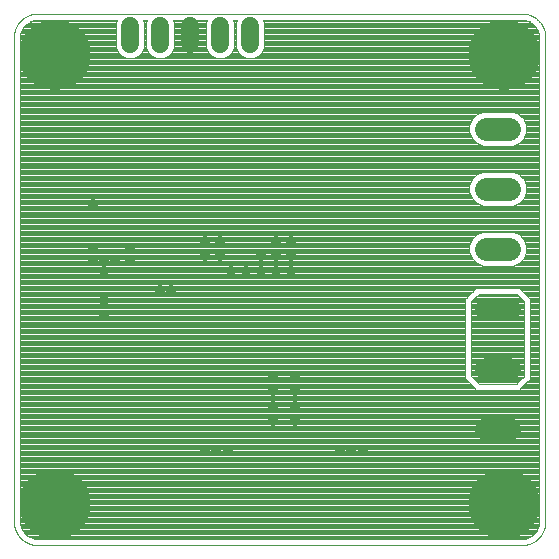
<source format=gbl>
G75*
%MOIN*%
%OFA0B0*%
%FSLAX25Y25*%
%IPPOS*%
%LPD*%
%AMOC8*
5,1,8,0,0,1.08239X$1,22.5*
%
%ADD10C,0.00400*%
%ADD11C,0.05937*%
%ADD12C,0.07677*%
%ADD13C,0.23622*%
%ADD14C,0.03562*%
D10*
X0024406Y0009130D02*
X0024406Y0170547D01*
X0026406Y0170547D02*
X0026478Y0171466D01*
X0027046Y0173214D01*
X0028127Y0174701D01*
X0029613Y0175781D01*
X0031361Y0176349D01*
X0032280Y0176421D01*
X0058905Y0176421D01*
X0058388Y0175173D01*
X0058388Y0167339D01*
X0059114Y0165586D01*
X0060455Y0164245D01*
X0062208Y0163519D01*
X0064105Y0163519D01*
X0065857Y0164245D01*
X0067199Y0165586D01*
X0067925Y0167339D01*
X0067925Y0175173D01*
X0067408Y0176421D01*
X0068905Y0176421D01*
X0068388Y0175173D01*
X0068388Y0167339D01*
X0069114Y0165586D01*
X0070455Y0164245D01*
X0072208Y0163519D01*
X0074105Y0163519D01*
X0075857Y0164245D01*
X0077199Y0165586D01*
X0077925Y0167339D01*
X0077925Y0175173D01*
X0077408Y0176421D01*
X0088905Y0176421D01*
X0088388Y0175173D01*
X0088388Y0167339D01*
X0089114Y0165586D01*
X0090455Y0164245D01*
X0092208Y0163519D01*
X0094105Y0163519D01*
X0095857Y0164245D01*
X0097199Y0165586D01*
X0097925Y0167339D01*
X0097925Y0175173D01*
X0097408Y0176421D01*
X0098905Y0176421D01*
X0098388Y0175173D01*
X0098388Y0167339D01*
X0099114Y0165586D01*
X0100455Y0164245D01*
X0102208Y0163519D01*
X0104105Y0163519D01*
X0105857Y0164245D01*
X0107199Y0165586D01*
X0107925Y0167339D01*
X0107925Y0175173D01*
X0107408Y0176421D01*
X0193698Y0176421D01*
X0194616Y0176349D01*
X0196364Y0175781D01*
X0197851Y0174701D01*
X0198931Y0173214D01*
X0199499Y0171466D01*
X0199572Y0170547D01*
X0199572Y0009130D01*
X0199499Y0008211D01*
X0198931Y0006463D01*
X0197851Y0004976D01*
X0196364Y0003896D01*
X0194616Y0003328D01*
X0193698Y0003256D01*
X0032280Y0003256D01*
X0031361Y0003328D01*
X0029613Y0003896D01*
X0028127Y0004976D01*
X0027046Y0006463D01*
X0026478Y0008211D01*
X0026406Y0009130D01*
X0026406Y0170547D01*
X0026412Y0170623D02*
X0058388Y0170623D01*
X0058388Y0170225D02*
X0026406Y0170225D01*
X0026406Y0169826D02*
X0058388Y0169826D01*
X0058388Y0169428D02*
X0026406Y0169428D01*
X0026406Y0169029D02*
X0058388Y0169029D01*
X0058388Y0168631D02*
X0026406Y0168631D01*
X0026406Y0168232D02*
X0058388Y0168232D01*
X0058388Y0167834D02*
X0026406Y0167834D01*
X0026406Y0167435D02*
X0058388Y0167435D01*
X0058513Y0167037D02*
X0026406Y0167037D01*
X0026406Y0166638D02*
X0058678Y0166638D01*
X0058843Y0166240D02*
X0026406Y0166240D01*
X0026406Y0165841D02*
X0059008Y0165841D01*
X0059257Y0165443D02*
X0026406Y0165443D01*
X0026406Y0165044D02*
X0059656Y0165044D01*
X0060054Y0164646D02*
X0026406Y0164646D01*
X0026406Y0164247D02*
X0060453Y0164247D01*
X0061412Y0163849D02*
X0026406Y0163849D01*
X0026406Y0163450D02*
X0199572Y0163450D01*
X0199572Y0163052D02*
X0026406Y0163052D01*
X0026406Y0162653D02*
X0199572Y0162653D01*
X0199572Y0162254D02*
X0026406Y0162254D01*
X0026406Y0161856D02*
X0199572Y0161856D01*
X0199572Y0161457D02*
X0026406Y0161457D01*
X0026406Y0161059D02*
X0199572Y0161059D01*
X0199572Y0160660D02*
X0026406Y0160660D01*
X0026406Y0160262D02*
X0199572Y0160262D01*
X0199572Y0159863D02*
X0026406Y0159863D01*
X0026406Y0159465D02*
X0199572Y0159465D01*
X0199572Y0159066D02*
X0026406Y0159066D01*
X0026406Y0158668D02*
X0199572Y0158668D01*
X0199572Y0158269D02*
X0026406Y0158269D01*
X0026406Y0157871D02*
X0199572Y0157871D01*
X0199572Y0157472D02*
X0026406Y0157472D01*
X0026406Y0157074D02*
X0199572Y0157074D01*
X0199572Y0156675D02*
X0026406Y0156675D01*
X0026406Y0156277D02*
X0199572Y0156277D01*
X0199572Y0155878D02*
X0026406Y0155878D01*
X0026406Y0155480D02*
X0199572Y0155480D01*
X0199572Y0155081D02*
X0026406Y0155081D01*
X0026406Y0154683D02*
X0199572Y0154683D01*
X0199572Y0154284D02*
X0026406Y0154284D01*
X0026406Y0153886D02*
X0199572Y0153886D01*
X0199572Y0153487D02*
X0026406Y0153487D01*
X0026406Y0153089D02*
X0199572Y0153089D01*
X0199572Y0152690D02*
X0026406Y0152690D01*
X0026406Y0152292D02*
X0199572Y0152292D01*
X0199572Y0151893D02*
X0026406Y0151893D01*
X0026406Y0151495D02*
X0199572Y0151495D01*
X0199572Y0151096D02*
X0026406Y0151096D01*
X0026406Y0150698D02*
X0199572Y0150698D01*
X0199572Y0150299D02*
X0026406Y0150299D01*
X0026406Y0149901D02*
X0199572Y0149901D01*
X0199572Y0149502D02*
X0026406Y0149502D01*
X0026406Y0149104D02*
X0199572Y0149104D01*
X0199572Y0148705D02*
X0026406Y0148705D01*
X0026406Y0148307D02*
X0199572Y0148307D01*
X0199572Y0147908D02*
X0026406Y0147908D01*
X0026406Y0147510D02*
X0199572Y0147510D01*
X0199572Y0147111D02*
X0026406Y0147111D01*
X0026406Y0146713D02*
X0199572Y0146713D01*
X0199572Y0146314D02*
X0026406Y0146314D01*
X0026406Y0145916D02*
X0199572Y0145916D01*
X0199572Y0145517D02*
X0190924Y0145517D01*
X0190616Y0145644D02*
X0192689Y0144786D01*
X0194275Y0143200D01*
X0195133Y0141127D01*
X0195133Y0138884D01*
X0194275Y0136812D01*
X0192689Y0135226D01*
X0190616Y0134367D01*
X0180696Y0134367D01*
X0178624Y0135226D01*
X0177037Y0136812D01*
X0176179Y0138884D01*
X0176179Y0141127D01*
X0177037Y0143200D01*
X0178624Y0144786D01*
X0180696Y0145644D01*
X0190616Y0145644D01*
X0191886Y0145118D02*
X0199572Y0145118D01*
X0199572Y0144720D02*
X0192755Y0144720D01*
X0193153Y0144321D02*
X0199572Y0144321D01*
X0199572Y0143923D02*
X0193552Y0143923D01*
X0193950Y0143524D02*
X0199572Y0143524D01*
X0199572Y0143126D02*
X0194306Y0143126D01*
X0194471Y0142727D02*
X0199572Y0142727D01*
X0199572Y0142329D02*
X0194636Y0142329D01*
X0194801Y0141930D02*
X0199572Y0141930D01*
X0199572Y0141532D02*
X0194966Y0141532D01*
X0195131Y0141133D02*
X0199572Y0141133D01*
X0199572Y0140735D02*
X0195133Y0140735D01*
X0195133Y0140336D02*
X0199572Y0140336D01*
X0199572Y0139938D02*
X0195133Y0139938D01*
X0195133Y0139539D02*
X0199572Y0139539D01*
X0199572Y0139141D02*
X0195133Y0139141D01*
X0195074Y0138742D02*
X0199572Y0138742D01*
X0199572Y0138344D02*
X0194909Y0138344D01*
X0194744Y0137945D02*
X0199572Y0137945D01*
X0199572Y0137547D02*
X0194579Y0137547D01*
X0194414Y0137148D02*
X0199572Y0137148D01*
X0199572Y0136750D02*
X0194213Y0136750D01*
X0193814Y0136351D02*
X0199572Y0136351D01*
X0199572Y0135953D02*
X0193416Y0135953D01*
X0193017Y0135554D02*
X0199572Y0135554D01*
X0199572Y0135156D02*
X0192520Y0135156D01*
X0191558Y0134757D02*
X0199572Y0134757D01*
X0199572Y0134359D02*
X0026406Y0134359D01*
X0026406Y0134757D02*
X0179755Y0134757D01*
X0178793Y0135156D02*
X0026406Y0135156D01*
X0026406Y0135554D02*
X0178295Y0135554D01*
X0177897Y0135953D02*
X0026406Y0135953D01*
X0026406Y0136351D02*
X0177498Y0136351D01*
X0177100Y0136750D02*
X0026406Y0136750D01*
X0026406Y0137148D02*
X0176898Y0137148D01*
X0176733Y0137547D02*
X0026406Y0137547D01*
X0026406Y0137945D02*
X0176568Y0137945D01*
X0176403Y0138344D02*
X0026406Y0138344D01*
X0026406Y0138742D02*
X0176238Y0138742D01*
X0176179Y0139141D02*
X0026406Y0139141D01*
X0026406Y0139539D02*
X0176179Y0139539D01*
X0176179Y0139938D02*
X0026406Y0139938D01*
X0026406Y0140336D02*
X0176179Y0140336D01*
X0176179Y0140735D02*
X0026406Y0140735D01*
X0026406Y0141133D02*
X0176181Y0141133D01*
X0176347Y0141532D02*
X0026406Y0141532D01*
X0026406Y0141930D02*
X0176512Y0141930D01*
X0176677Y0142329D02*
X0026406Y0142329D01*
X0026406Y0142727D02*
X0176842Y0142727D01*
X0177007Y0143126D02*
X0026406Y0143126D01*
X0026406Y0143524D02*
X0177362Y0143524D01*
X0177760Y0143923D02*
X0026406Y0143923D01*
X0026406Y0144321D02*
X0178159Y0144321D01*
X0178557Y0144720D02*
X0026406Y0144720D01*
X0026406Y0145118D02*
X0179426Y0145118D01*
X0180388Y0145517D02*
X0026406Y0145517D01*
X0026406Y0133960D02*
X0199572Y0133960D01*
X0199572Y0133562D02*
X0026406Y0133562D01*
X0026406Y0133163D02*
X0199572Y0133163D01*
X0199572Y0132765D02*
X0026406Y0132765D01*
X0026406Y0132366D02*
X0199572Y0132366D01*
X0199572Y0131968D02*
X0026406Y0131968D01*
X0026406Y0131569D02*
X0199572Y0131569D01*
X0199572Y0131171D02*
X0026406Y0131171D01*
X0026406Y0130772D02*
X0199572Y0130772D01*
X0199572Y0130374D02*
X0026406Y0130374D01*
X0026406Y0129975D02*
X0199572Y0129975D01*
X0199572Y0129577D02*
X0026406Y0129577D01*
X0026406Y0129178D02*
X0199572Y0129178D01*
X0199572Y0128780D02*
X0026406Y0128780D01*
X0026406Y0128381D02*
X0199572Y0128381D01*
X0199572Y0127983D02*
X0026406Y0127983D01*
X0026406Y0127584D02*
X0199572Y0127584D01*
X0199572Y0127185D02*
X0026406Y0127185D01*
X0026406Y0126787D02*
X0199572Y0126787D01*
X0199572Y0126388D02*
X0026406Y0126388D01*
X0026406Y0125990D02*
X0199572Y0125990D01*
X0199572Y0125591D02*
X0190744Y0125591D01*
X0190616Y0125644D02*
X0192689Y0124786D01*
X0194275Y0123200D01*
X0195133Y0121127D01*
X0195133Y0118884D01*
X0194275Y0116812D01*
X0192689Y0115226D01*
X0190616Y0114367D01*
X0180696Y0114367D01*
X0178624Y0115226D01*
X0177037Y0116812D01*
X0176179Y0118884D01*
X0176179Y0121127D01*
X0177037Y0123200D01*
X0178624Y0124786D01*
X0180696Y0125644D01*
X0190616Y0125644D01*
X0191706Y0125193D02*
X0199572Y0125193D01*
X0199572Y0124794D02*
X0192669Y0124794D01*
X0193079Y0124396D02*
X0199572Y0124396D01*
X0199572Y0123997D02*
X0193477Y0123997D01*
X0193876Y0123599D02*
X0199572Y0123599D01*
X0199572Y0123200D02*
X0194274Y0123200D01*
X0194440Y0122802D02*
X0199572Y0122802D01*
X0199572Y0122403D02*
X0194605Y0122403D01*
X0194770Y0122005D02*
X0199572Y0122005D01*
X0199572Y0121606D02*
X0194935Y0121606D01*
X0195100Y0121208D02*
X0199572Y0121208D01*
X0199572Y0120809D02*
X0195133Y0120809D01*
X0195133Y0120411D02*
X0199572Y0120411D01*
X0199572Y0120012D02*
X0195133Y0120012D01*
X0195133Y0119614D02*
X0199572Y0119614D01*
X0199572Y0119215D02*
X0195133Y0119215D01*
X0195105Y0118817D02*
X0199572Y0118817D01*
X0199572Y0118418D02*
X0194940Y0118418D01*
X0194775Y0118020D02*
X0199572Y0118020D01*
X0199572Y0117621D02*
X0194610Y0117621D01*
X0194445Y0117223D02*
X0199572Y0117223D01*
X0199572Y0116824D02*
X0194280Y0116824D01*
X0193889Y0116426D02*
X0199572Y0116426D01*
X0199572Y0116027D02*
X0193490Y0116027D01*
X0193092Y0115629D02*
X0199572Y0115629D01*
X0199572Y0115230D02*
X0192693Y0115230D01*
X0191737Y0114832D02*
X0199572Y0114832D01*
X0199572Y0114433D02*
X0190775Y0114433D01*
X0190616Y0105644D02*
X0192689Y0104786D01*
X0194275Y0103200D01*
X0195133Y0101127D01*
X0195133Y0098884D01*
X0194275Y0096812D01*
X0192689Y0095226D01*
X0190616Y0094367D01*
X0180696Y0094367D01*
X0178624Y0095226D01*
X0177037Y0096812D01*
X0176179Y0098884D01*
X0176179Y0101127D01*
X0177037Y0103200D01*
X0178624Y0104786D01*
X0180696Y0105644D01*
X0190616Y0105644D01*
X0191527Y0105267D02*
X0199572Y0105267D01*
X0199572Y0104869D02*
X0192489Y0104869D01*
X0193004Y0104470D02*
X0199572Y0104470D01*
X0199572Y0104072D02*
X0193403Y0104072D01*
X0193801Y0103673D02*
X0199572Y0103673D01*
X0199572Y0103275D02*
X0194200Y0103275D01*
X0194409Y0102876D02*
X0199572Y0102876D01*
X0199572Y0102478D02*
X0194574Y0102478D01*
X0194739Y0102079D02*
X0199572Y0102079D01*
X0199572Y0101681D02*
X0194904Y0101681D01*
X0195069Y0101282D02*
X0199572Y0101282D01*
X0199572Y0100884D02*
X0195133Y0100884D01*
X0195133Y0100485D02*
X0199572Y0100485D01*
X0199572Y0100087D02*
X0195133Y0100087D01*
X0195133Y0099688D02*
X0199572Y0099688D01*
X0199572Y0099290D02*
X0195133Y0099290D01*
X0195133Y0098891D02*
X0199572Y0098891D01*
X0199572Y0098493D02*
X0194971Y0098493D01*
X0194806Y0098094D02*
X0199572Y0098094D01*
X0199572Y0097696D02*
X0194641Y0097696D01*
X0194476Y0097297D02*
X0199572Y0097297D01*
X0199572Y0096899D02*
X0194311Y0096899D01*
X0193963Y0096500D02*
X0199572Y0096500D01*
X0199572Y0096102D02*
X0193565Y0096102D01*
X0193166Y0095703D02*
X0199572Y0095703D01*
X0199572Y0095305D02*
X0192768Y0095305D01*
X0191917Y0094906D02*
X0199572Y0094906D01*
X0199572Y0094508D02*
X0190955Y0094508D01*
X0192735Y0087006D02*
X0178578Y0087006D01*
X0177406Y0085834D01*
X0176078Y0084506D01*
X0176078Y0084506D01*
X0174906Y0083334D01*
X0174906Y0056677D01*
X0176078Y0055506D01*
X0178578Y0053006D01*
X0192735Y0053006D01*
X0193906Y0054177D01*
X0196406Y0056677D01*
X0196406Y0083334D01*
X0195235Y0084506D01*
X0192735Y0087006D01*
X0192805Y0086936D02*
X0199572Y0086936D01*
X0199572Y0087334D02*
X0026406Y0087334D01*
X0026406Y0086936D02*
X0178508Y0086936D01*
X0178109Y0086537D02*
X0026406Y0086537D01*
X0026406Y0086139D02*
X0177711Y0086139D01*
X0177312Y0085740D02*
X0026406Y0085740D01*
X0026406Y0085342D02*
X0176914Y0085342D01*
X0176515Y0084943D02*
X0026406Y0084943D01*
X0026406Y0084545D02*
X0176117Y0084545D01*
X0175718Y0084146D02*
X0026406Y0084146D01*
X0026406Y0083748D02*
X0175320Y0083748D01*
X0174921Y0083349D02*
X0026406Y0083349D01*
X0026406Y0082951D02*
X0174906Y0082951D01*
X0174906Y0082552D02*
X0026406Y0082552D01*
X0026406Y0082154D02*
X0174906Y0082154D01*
X0174906Y0081755D02*
X0026406Y0081755D01*
X0026406Y0081357D02*
X0174906Y0081357D01*
X0174906Y0080958D02*
X0026406Y0080958D01*
X0026406Y0080560D02*
X0174906Y0080560D01*
X0174906Y0080161D02*
X0026406Y0080161D01*
X0026406Y0079763D02*
X0174906Y0079763D01*
X0174906Y0079364D02*
X0026406Y0079364D01*
X0026406Y0078966D02*
X0174906Y0078966D01*
X0174906Y0078567D02*
X0026406Y0078567D01*
X0026406Y0078169D02*
X0174906Y0078169D01*
X0174906Y0077770D02*
X0026406Y0077770D01*
X0026406Y0077372D02*
X0174906Y0077372D01*
X0174906Y0076973D02*
X0026406Y0076973D01*
X0026406Y0076575D02*
X0174906Y0076575D01*
X0174906Y0076176D02*
X0026406Y0076176D01*
X0026406Y0075778D02*
X0174906Y0075778D01*
X0174906Y0075379D02*
X0026406Y0075379D01*
X0026406Y0074980D02*
X0174906Y0074980D01*
X0174906Y0074582D02*
X0026406Y0074582D01*
X0026406Y0074183D02*
X0174906Y0074183D01*
X0174906Y0073785D02*
X0026406Y0073785D01*
X0026406Y0073386D02*
X0174906Y0073386D01*
X0174906Y0072988D02*
X0026406Y0072988D01*
X0026406Y0072589D02*
X0174906Y0072589D01*
X0174906Y0072191D02*
X0026406Y0072191D01*
X0026406Y0071792D02*
X0174906Y0071792D01*
X0174906Y0071394D02*
X0026406Y0071394D01*
X0026406Y0070995D02*
X0174906Y0070995D01*
X0174906Y0070597D02*
X0026406Y0070597D01*
X0026406Y0070198D02*
X0174906Y0070198D01*
X0174906Y0069800D02*
X0026406Y0069800D01*
X0026406Y0069401D02*
X0174906Y0069401D01*
X0174906Y0069003D02*
X0026406Y0069003D01*
X0026406Y0068604D02*
X0174906Y0068604D01*
X0174906Y0068206D02*
X0026406Y0068206D01*
X0026406Y0067807D02*
X0174906Y0067807D01*
X0174906Y0067409D02*
X0026406Y0067409D01*
X0026406Y0067010D02*
X0174906Y0067010D01*
X0174906Y0066612D02*
X0026406Y0066612D01*
X0026406Y0066213D02*
X0174906Y0066213D01*
X0174906Y0065815D02*
X0026406Y0065815D01*
X0026406Y0065416D02*
X0174906Y0065416D01*
X0174906Y0065018D02*
X0026406Y0065018D01*
X0026406Y0064619D02*
X0174906Y0064619D01*
X0174906Y0064221D02*
X0026406Y0064221D01*
X0026406Y0063822D02*
X0174906Y0063822D01*
X0174906Y0063424D02*
X0026406Y0063424D01*
X0026406Y0063025D02*
X0174906Y0063025D01*
X0174906Y0062627D02*
X0026406Y0062627D01*
X0026406Y0062228D02*
X0174906Y0062228D01*
X0174906Y0061830D02*
X0026406Y0061830D01*
X0026406Y0061431D02*
X0174906Y0061431D01*
X0174906Y0061033D02*
X0026406Y0061033D01*
X0026406Y0060634D02*
X0174906Y0060634D01*
X0174906Y0060236D02*
X0026406Y0060236D01*
X0026406Y0059837D02*
X0174906Y0059837D01*
X0174906Y0059439D02*
X0026406Y0059439D01*
X0026406Y0059040D02*
X0174906Y0059040D01*
X0174906Y0058642D02*
X0026406Y0058642D01*
X0026406Y0058243D02*
X0174906Y0058243D01*
X0174906Y0057845D02*
X0026406Y0057845D01*
X0026406Y0057446D02*
X0174906Y0057446D01*
X0174906Y0057047D02*
X0026406Y0057047D01*
X0026406Y0056649D02*
X0174935Y0056649D01*
X0175333Y0056250D02*
X0026406Y0056250D01*
X0026406Y0055852D02*
X0175732Y0055852D01*
X0176130Y0055453D02*
X0026406Y0055453D01*
X0026406Y0055055D02*
X0176529Y0055055D01*
X0176927Y0054656D02*
X0026406Y0054656D01*
X0026406Y0054258D02*
X0177326Y0054258D01*
X0177724Y0053859D02*
X0026406Y0053859D01*
X0026406Y0053461D02*
X0178123Y0053461D01*
X0178521Y0053062D02*
X0026406Y0053062D01*
X0026406Y0052664D02*
X0199572Y0052664D01*
X0199572Y0053062D02*
X0192791Y0053062D01*
X0193190Y0053461D02*
X0199572Y0053461D01*
X0199572Y0053859D02*
X0193588Y0053859D01*
X0193987Y0054258D02*
X0199572Y0054258D01*
X0199572Y0054656D02*
X0194385Y0054656D01*
X0194784Y0055055D02*
X0199572Y0055055D01*
X0199572Y0055453D02*
X0195182Y0055453D01*
X0195581Y0055852D02*
X0199572Y0055852D01*
X0199572Y0056250D02*
X0195979Y0056250D01*
X0196378Y0056649D02*
X0199572Y0056649D01*
X0199572Y0057047D02*
X0196406Y0057047D01*
X0196406Y0057446D02*
X0199572Y0057446D01*
X0199572Y0057845D02*
X0196406Y0057845D01*
X0196406Y0058243D02*
X0199572Y0058243D01*
X0199572Y0058642D02*
X0196406Y0058642D01*
X0196406Y0059040D02*
X0199572Y0059040D01*
X0199572Y0059439D02*
X0196406Y0059439D01*
X0196406Y0059837D02*
X0199572Y0059837D01*
X0199572Y0060236D02*
X0196406Y0060236D01*
X0196406Y0060634D02*
X0199572Y0060634D01*
X0199572Y0061033D02*
X0196406Y0061033D01*
X0196406Y0061431D02*
X0199572Y0061431D01*
X0199572Y0061830D02*
X0196406Y0061830D01*
X0196406Y0062228D02*
X0199572Y0062228D01*
X0199572Y0062627D02*
X0196406Y0062627D01*
X0196406Y0063025D02*
X0199572Y0063025D01*
X0199572Y0063424D02*
X0196406Y0063424D01*
X0196406Y0063822D02*
X0199572Y0063822D01*
X0199572Y0064221D02*
X0196406Y0064221D01*
X0196406Y0064619D02*
X0199572Y0064619D01*
X0199572Y0065018D02*
X0196406Y0065018D01*
X0196406Y0065416D02*
X0199572Y0065416D01*
X0199572Y0065815D02*
X0196406Y0065815D01*
X0196406Y0066213D02*
X0199572Y0066213D01*
X0199572Y0066612D02*
X0196406Y0066612D01*
X0196406Y0067010D02*
X0199572Y0067010D01*
X0199572Y0067409D02*
X0196406Y0067409D01*
X0196406Y0067807D02*
X0199572Y0067807D01*
X0199572Y0068206D02*
X0196406Y0068206D01*
X0196406Y0068604D02*
X0199572Y0068604D01*
X0199572Y0069003D02*
X0196406Y0069003D01*
X0196406Y0069401D02*
X0199572Y0069401D01*
X0199572Y0069800D02*
X0196406Y0069800D01*
X0196406Y0070198D02*
X0199572Y0070198D01*
X0199572Y0070597D02*
X0196406Y0070597D01*
X0196406Y0070995D02*
X0199572Y0070995D01*
X0199572Y0071394D02*
X0196406Y0071394D01*
X0196406Y0071792D02*
X0199572Y0071792D01*
X0199572Y0072191D02*
X0196406Y0072191D01*
X0196406Y0072589D02*
X0199572Y0072589D01*
X0199572Y0072988D02*
X0196406Y0072988D01*
X0196406Y0073386D02*
X0199572Y0073386D01*
X0199572Y0073785D02*
X0196406Y0073785D01*
X0196406Y0074183D02*
X0199572Y0074183D01*
X0199572Y0074582D02*
X0196406Y0074582D01*
X0196406Y0074980D02*
X0199572Y0074980D01*
X0199572Y0075379D02*
X0196406Y0075379D01*
X0196406Y0075778D02*
X0199572Y0075778D01*
X0199572Y0076176D02*
X0196406Y0076176D01*
X0196406Y0076575D02*
X0199572Y0076575D01*
X0199572Y0076973D02*
X0196406Y0076973D01*
X0196406Y0077372D02*
X0199572Y0077372D01*
X0199572Y0077770D02*
X0196406Y0077770D01*
X0196406Y0078169D02*
X0199572Y0078169D01*
X0199572Y0078567D02*
X0196406Y0078567D01*
X0196406Y0078966D02*
X0199572Y0078966D01*
X0199572Y0079364D02*
X0196406Y0079364D01*
X0196406Y0079763D02*
X0199572Y0079763D01*
X0199572Y0080161D02*
X0196406Y0080161D01*
X0196406Y0080560D02*
X0199572Y0080560D01*
X0199572Y0080958D02*
X0196406Y0080958D01*
X0196406Y0081357D02*
X0199572Y0081357D01*
X0199572Y0081755D02*
X0196406Y0081755D01*
X0196406Y0082154D02*
X0199572Y0082154D01*
X0199572Y0082552D02*
X0196406Y0082552D01*
X0196406Y0082951D02*
X0199572Y0082951D01*
X0199572Y0083349D02*
X0196391Y0083349D01*
X0195993Y0083748D02*
X0199572Y0083748D01*
X0199572Y0084146D02*
X0195594Y0084146D01*
X0195196Y0084545D02*
X0199572Y0084545D01*
X0199572Y0084943D02*
X0194797Y0084943D01*
X0194399Y0085342D02*
X0199572Y0085342D01*
X0199572Y0085740D02*
X0194000Y0085740D01*
X0193602Y0086139D02*
X0199572Y0086139D01*
X0199572Y0086537D02*
X0193203Y0086537D01*
X0191906Y0085006D02*
X0194406Y0082506D01*
X0194406Y0057506D01*
X0191906Y0055006D01*
X0179406Y0055006D01*
X0176906Y0057506D01*
X0176906Y0082506D01*
X0179406Y0085006D01*
X0191906Y0085006D01*
X0191969Y0084943D02*
X0179344Y0084943D01*
X0178945Y0084545D02*
X0192367Y0084545D01*
X0192766Y0084146D02*
X0178547Y0084146D01*
X0178148Y0083748D02*
X0193164Y0083748D01*
X0193563Y0083349D02*
X0177749Y0083349D01*
X0177351Y0082951D02*
X0193961Y0082951D01*
X0194360Y0082552D02*
X0176952Y0082552D01*
X0176906Y0082154D02*
X0194406Y0082154D01*
X0194406Y0081755D02*
X0176906Y0081755D01*
X0176906Y0081357D02*
X0194406Y0081357D01*
X0194406Y0080958D02*
X0176906Y0080958D01*
X0176906Y0080560D02*
X0194406Y0080560D01*
X0194406Y0080161D02*
X0176906Y0080161D01*
X0176906Y0079763D02*
X0194406Y0079763D01*
X0194406Y0079364D02*
X0176906Y0079364D01*
X0176906Y0078966D02*
X0194406Y0078966D01*
X0194406Y0078567D02*
X0176906Y0078567D01*
X0176906Y0078169D02*
X0194406Y0078169D01*
X0194406Y0077770D02*
X0176906Y0077770D01*
X0176906Y0077372D02*
X0194406Y0077372D01*
X0194406Y0076973D02*
X0176906Y0076973D01*
X0176906Y0076575D02*
X0194406Y0076575D01*
X0194406Y0076176D02*
X0176906Y0076176D01*
X0176906Y0075778D02*
X0194406Y0075778D01*
X0194406Y0075379D02*
X0176906Y0075379D01*
X0176906Y0074980D02*
X0194406Y0074980D01*
X0194406Y0074582D02*
X0176906Y0074582D01*
X0176906Y0074183D02*
X0194406Y0074183D01*
X0194406Y0073785D02*
X0176906Y0073785D01*
X0176906Y0073386D02*
X0194406Y0073386D01*
X0194406Y0072988D02*
X0176906Y0072988D01*
X0176906Y0072589D02*
X0194406Y0072589D01*
X0194406Y0072191D02*
X0176906Y0072191D01*
X0176906Y0071792D02*
X0194406Y0071792D01*
X0194406Y0071394D02*
X0176906Y0071394D01*
X0176906Y0070995D02*
X0194406Y0070995D01*
X0194406Y0070597D02*
X0176906Y0070597D01*
X0176906Y0070198D02*
X0194406Y0070198D01*
X0194406Y0069800D02*
X0176906Y0069800D01*
X0176906Y0069401D02*
X0194406Y0069401D01*
X0194406Y0069003D02*
X0176906Y0069003D01*
X0176906Y0068604D02*
X0194406Y0068604D01*
X0194406Y0068206D02*
X0176906Y0068206D01*
X0176906Y0067807D02*
X0194406Y0067807D01*
X0194406Y0067409D02*
X0176906Y0067409D01*
X0176906Y0067010D02*
X0194406Y0067010D01*
X0194406Y0066612D02*
X0176906Y0066612D01*
X0176906Y0066213D02*
X0194406Y0066213D01*
X0194406Y0065815D02*
X0176906Y0065815D01*
X0176906Y0065416D02*
X0194406Y0065416D01*
X0194406Y0065018D02*
X0176906Y0065018D01*
X0176906Y0064619D02*
X0194406Y0064619D01*
X0194406Y0064221D02*
X0176906Y0064221D01*
X0176906Y0063822D02*
X0194406Y0063822D01*
X0194406Y0063424D02*
X0176906Y0063424D01*
X0176906Y0063025D02*
X0194406Y0063025D01*
X0194406Y0062627D02*
X0176906Y0062627D01*
X0176906Y0062228D02*
X0194406Y0062228D01*
X0194406Y0061830D02*
X0176906Y0061830D01*
X0176906Y0061431D02*
X0194406Y0061431D01*
X0194406Y0061033D02*
X0176906Y0061033D01*
X0176906Y0060634D02*
X0194406Y0060634D01*
X0194406Y0060236D02*
X0176906Y0060236D01*
X0176906Y0059837D02*
X0194406Y0059837D01*
X0194406Y0059439D02*
X0176906Y0059439D01*
X0176906Y0059040D02*
X0194406Y0059040D01*
X0194406Y0058642D02*
X0176906Y0058642D01*
X0176906Y0058243D02*
X0194406Y0058243D01*
X0194406Y0057845D02*
X0176906Y0057845D01*
X0176966Y0057446D02*
X0194346Y0057446D01*
X0193948Y0057047D02*
X0177365Y0057047D01*
X0177763Y0056649D02*
X0193549Y0056649D01*
X0193151Y0056250D02*
X0178162Y0056250D01*
X0178560Y0055852D02*
X0192752Y0055852D01*
X0192354Y0055453D02*
X0178959Y0055453D01*
X0179357Y0055055D02*
X0191955Y0055055D01*
X0199572Y0052265D02*
X0026406Y0052265D01*
X0026406Y0051867D02*
X0199572Y0051867D01*
X0199572Y0051468D02*
X0026406Y0051468D01*
X0026406Y0051070D02*
X0199572Y0051070D01*
X0199572Y0050671D02*
X0026406Y0050671D01*
X0026406Y0050273D02*
X0199572Y0050273D01*
X0199572Y0049874D02*
X0026406Y0049874D01*
X0026406Y0049476D02*
X0199572Y0049476D01*
X0199572Y0049077D02*
X0026406Y0049077D01*
X0026406Y0048679D02*
X0199572Y0048679D01*
X0199572Y0048280D02*
X0026406Y0048280D01*
X0026406Y0047882D02*
X0199572Y0047882D01*
X0199572Y0047483D02*
X0026406Y0047483D01*
X0026406Y0047085D02*
X0199572Y0047085D01*
X0199572Y0046686D02*
X0026406Y0046686D01*
X0026406Y0046288D02*
X0199572Y0046288D01*
X0199572Y0045889D02*
X0026406Y0045889D01*
X0026406Y0045491D02*
X0199572Y0045491D01*
X0199572Y0045092D02*
X0026406Y0045092D01*
X0026406Y0044694D02*
X0199572Y0044694D01*
X0199572Y0044295D02*
X0026406Y0044295D01*
X0026406Y0043897D02*
X0199572Y0043897D01*
X0199572Y0043498D02*
X0026406Y0043498D01*
X0026406Y0043100D02*
X0199572Y0043100D01*
X0199572Y0042701D02*
X0026406Y0042701D01*
X0026406Y0042303D02*
X0199572Y0042303D01*
X0199572Y0041904D02*
X0026406Y0041904D01*
X0026406Y0041506D02*
X0199572Y0041506D01*
X0199572Y0041107D02*
X0026406Y0041107D01*
X0026406Y0040709D02*
X0199572Y0040709D01*
X0199572Y0040310D02*
X0026406Y0040310D01*
X0026406Y0039912D02*
X0199572Y0039912D01*
X0199572Y0039513D02*
X0026406Y0039513D01*
X0026406Y0039114D02*
X0199572Y0039114D01*
X0199572Y0038716D02*
X0026406Y0038716D01*
X0026406Y0038317D02*
X0199572Y0038317D01*
X0199572Y0037919D02*
X0026406Y0037919D01*
X0026406Y0037520D02*
X0199572Y0037520D01*
X0199572Y0037122D02*
X0026406Y0037122D01*
X0026406Y0036723D02*
X0199572Y0036723D01*
X0199572Y0036325D02*
X0026406Y0036325D01*
X0026406Y0035926D02*
X0199572Y0035926D01*
X0199572Y0035528D02*
X0026406Y0035528D01*
X0026406Y0035129D02*
X0199572Y0035129D01*
X0199572Y0034731D02*
X0026406Y0034731D01*
X0026406Y0034332D02*
X0199572Y0034332D01*
X0199572Y0033934D02*
X0026406Y0033934D01*
X0026406Y0033535D02*
X0199572Y0033535D01*
X0199572Y0033137D02*
X0026406Y0033137D01*
X0026406Y0032738D02*
X0199572Y0032738D01*
X0199572Y0032340D02*
X0026406Y0032340D01*
X0026406Y0031941D02*
X0199572Y0031941D01*
X0199572Y0031543D02*
X0026406Y0031543D01*
X0026406Y0031144D02*
X0199572Y0031144D01*
X0199572Y0030746D02*
X0026406Y0030746D01*
X0026406Y0030347D02*
X0199572Y0030347D01*
X0199572Y0029949D02*
X0026406Y0029949D01*
X0026406Y0029550D02*
X0199572Y0029550D01*
X0199572Y0029152D02*
X0026406Y0029152D01*
X0026406Y0028753D02*
X0199572Y0028753D01*
X0199572Y0028355D02*
X0026406Y0028355D01*
X0026406Y0027956D02*
X0199572Y0027956D01*
X0199572Y0027558D02*
X0026406Y0027558D01*
X0026406Y0027159D02*
X0199572Y0027159D01*
X0199572Y0026761D02*
X0026406Y0026761D01*
X0026406Y0026362D02*
X0199572Y0026362D01*
X0199572Y0025964D02*
X0026406Y0025964D01*
X0026406Y0025565D02*
X0199572Y0025565D01*
X0199572Y0025167D02*
X0026406Y0025167D01*
X0026406Y0024768D02*
X0199572Y0024768D01*
X0199572Y0024370D02*
X0026406Y0024370D01*
X0026406Y0023971D02*
X0199572Y0023971D01*
X0199572Y0023573D02*
X0026406Y0023573D01*
X0026406Y0023174D02*
X0199572Y0023174D01*
X0199572Y0022776D02*
X0026406Y0022776D01*
X0026406Y0022377D02*
X0199572Y0022377D01*
X0199572Y0021978D02*
X0026406Y0021978D01*
X0026406Y0021580D02*
X0199572Y0021580D01*
X0199572Y0021181D02*
X0026406Y0021181D01*
X0026406Y0020783D02*
X0199572Y0020783D01*
X0199572Y0020384D02*
X0026406Y0020384D01*
X0026406Y0019986D02*
X0199572Y0019986D01*
X0199572Y0019587D02*
X0026406Y0019587D01*
X0026406Y0019189D02*
X0199572Y0019189D01*
X0199572Y0018790D02*
X0026406Y0018790D01*
X0026406Y0018392D02*
X0199572Y0018392D01*
X0199572Y0017993D02*
X0026406Y0017993D01*
X0026406Y0017595D02*
X0199572Y0017595D01*
X0199572Y0017196D02*
X0026406Y0017196D01*
X0026406Y0016798D02*
X0199572Y0016798D01*
X0199572Y0016399D02*
X0026406Y0016399D01*
X0026406Y0016001D02*
X0199572Y0016001D01*
X0199572Y0015602D02*
X0026406Y0015602D01*
X0026406Y0015204D02*
X0199572Y0015204D01*
X0199572Y0014805D02*
X0026406Y0014805D01*
X0026406Y0014407D02*
X0199572Y0014407D01*
X0199572Y0014008D02*
X0026406Y0014008D01*
X0026406Y0013610D02*
X0199572Y0013610D01*
X0199572Y0013211D02*
X0026406Y0013211D01*
X0026406Y0012813D02*
X0199572Y0012813D01*
X0199572Y0012414D02*
X0026406Y0012414D01*
X0026406Y0012016D02*
X0199572Y0012016D01*
X0199572Y0011617D02*
X0026406Y0011617D01*
X0026406Y0011219D02*
X0199572Y0011219D01*
X0199572Y0010820D02*
X0026406Y0010820D01*
X0026406Y0010422D02*
X0199572Y0010422D01*
X0199572Y0010023D02*
X0026406Y0010023D01*
X0026406Y0009625D02*
X0199572Y0009625D01*
X0199572Y0009226D02*
X0026406Y0009226D01*
X0026430Y0008828D02*
X0199548Y0008828D01*
X0199516Y0008429D02*
X0026461Y0008429D01*
X0026537Y0008031D02*
X0199441Y0008031D01*
X0199311Y0007632D02*
X0026667Y0007632D01*
X0026796Y0007234D02*
X0199182Y0007234D01*
X0199052Y0006835D02*
X0026926Y0006835D01*
X0027066Y0006437D02*
X0198912Y0006437D01*
X0198622Y0006038D02*
X0027355Y0006038D01*
X0027645Y0005640D02*
X0198333Y0005640D01*
X0198043Y0005241D02*
X0027934Y0005241D01*
X0028311Y0004843D02*
X0197667Y0004843D01*
X0197118Y0004444D02*
X0028859Y0004444D01*
X0029408Y0004045D02*
X0196570Y0004045D01*
X0195597Y0003647D02*
X0030380Y0003647D01*
X0032280Y0001256D02*
X0193698Y0001256D01*
X0193888Y0001258D01*
X0194078Y0001265D01*
X0194268Y0001277D01*
X0194458Y0001293D01*
X0194647Y0001313D01*
X0194836Y0001339D01*
X0195024Y0001368D01*
X0195211Y0001403D01*
X0195397Y0001442D01*
X0195582Y0001485D01*
X0195767Y0001533D01*
X0195950Y0001585D01*
X0196131Y0001641D01*
X0196311Y0001702D01*
X0196490Y0001768D01*
X0196667Y0001837D01*
X0196843Y0001911D01*
X0197016Y0001989D01*
X0197188Y0002072D01*
X0197357Y0002158D01*
X0197525Y0002248D01*
X0197690Y0002343D01*
X0197853Y0002441D01*
X0198013Y0002544D01*
X0198171Y0002650D01*
X0198326Y0002760D01*
X0198479Y0002873D01*
X0198629Y0002991D01*
X0198775Y0003112D01*
X0198919Y0003236D01*
X0199060Y0003364D01*
X0199198Y0003495D01*
X0199333Y0003630D01*
X0199464Y0003768D01*
X0199592Y0003909D01*
X0199716Y0004053D01*
X0199837Y0004199D01*
X0199955Y0004349D01*
X0200068Y0004502D01*
X0200178Y0004657D01*
X0200284Y0004815D01*
X0200387Y0004975D01*
X0200485Y0005138D01*
X0200580Y0005303D01*
X0200670Y0005471D01*
X0200756Y0005640D01*
X0200839Y0005812D01*
X0200917Y0005985D01*
X0200991Y0006161D01*
X0201060Y0006338D01*
X0201126Y0006517D01*
X0201187Y0006697D01*
X0201243Y0006878D01*
X0201295Y0007061D01*
X0201343Y0007246D01*
X0201386Y0007431D01*
X0201425Y0007617D01*
X0201460Y0007804D01*
X0201489Y0007992D01*
X0201515Y0008181D01*
X0201535Y0008370D01*
X0201551Y0008560D01*
X0201563Y0008750D01*
X0201570Y0008940D01*
X0201572Y0009130D01*
X0201572Y0170547D01*
X0199566Y0170623D02*
X0107925Y0170623D01*
X0107925Y0170225D02*
X0199572Y0170225D01*
X0199572Y0169826D02*
X0107925Y0169826D01*
X0107925Y0169428D02*
X0199572Y0169428D01*
X0199572Y0169029D02*
X0107925Y0169029D01*
X0107925Y0168631D02*
X0199572Y0168631D01*
X0199572Y0168232D02*
X0107925Y0168232D01*
X0107925Y0167834D02*
X0199572Y0167834D01*
X0199572Y0167435D02*
X0107925Y0167435D01*
X0107799Y0167037D02*
X0199572Y0167037D01*
X0199572Y0166638D02*
X0107634Y0166638D01*
X0107469Y0166240D02*
X0199572Y0166240D01*
X0199572Y0165841D02*
X0107304Y0165841D01*
X0107055Y0165443D02*
X0199572Y0165443D01*
X0199572Y0165044D02*
X0106656Y0165044D01*
X0106258Y0164646D02*
X0199572Y0164646D01*
X0199572Y0164247D02*
X0105859Y0164247D01*
X0104900Y0163849D02*
X0199572Y0163849D01*
X0199534Y0171022D02*
X0107925Y0171022D01*
X0107925Y0171420D02*
X0199503Y0171420D01*
X0199385Y0171819D02*
X0107925Y0171819D01*
X0107925Y0172217D02*
X0199255Y0172217D01*
X0199126Y0172616D02*
X0107925Y0172616D01*
X0107925Y0173014D02*
X0198996Y0173014D01*
X0198787Y0173413D02*
X0107925Y0173413D01*
X0107925Y0173811D02*
X0198497Y0173811D01*
X0198208Y0174210D02*
X0107925Y0174210D01*
X0107925Y0174608D02*
X0197918Y0174608D01*
X0197430Y0175007D02*
X0107925Y0175007D01*
X0107828Y0175405D02*
X0196881Y0175405D01*
X0196294Y0175804D02*
X0107663Y0175804D01*
X0107498Y0176202D02*
X0195067Y0176202D01*
X0193698Y0178421D02*
X0032280Y0178421D01*
X0030910Y0176202D02*
X0058814Y0176202D01*
X0058649Y0175804D02*
X0029684Y0175804D01*
X0029096Y0175405D02*
X0058484Y0175405D01*
X0058388Y0175007D02*
X0028548Y0175007D01*
X0028059Y0174608D02*
X0058388Y0174608D01*
X0058388Y0174210D02*
X0027770Y0174210D01*
X0027480Y0173811D02*
X0058388Y0173811D01*
X0058388Y0173413D02*
X0027191Y0173413D01*
X0026981Y0173014D02*
X0058388Y0173014D01*
X0058388Y0172616D02*
X0026852Y0172616D01*
X0026723Y0172217D02*
X0058388Y0172217D01*
X0058388Y0171819D02*
X0026593Y0171819D01*
X0026475Y0171420D02*
X0058388Y0171420D01*
X0058388Y0171022D02*
X0026443Y0171022D01*
X0024406Y0170547D02*
X0024408Y0170737D01*
X0024415Y0170927D01*
X0024427Y0171117D01*
X0024443Y0171307D01*
X0024463Y0171496D01*
X0024489Y0171685D01*
X0024518Y0171873D01*
X0024553Y0172060D01*
X0024592Y0172246D01*
X0024635Y0172431D01*
X0024683Y0172616D01*
X0024735Y0172799D01*
X0024791Y0172980D01*
X0024852Y0173160D01*
X0024918Y0173339D01*
X0024987Y0173516D01*
X0025061Y0173692D01*
X0025139Y0173865D01*
X0025222Y0174037D01*
X0025308Y0174206D01*
X0025398Y0174374D01*
X0025493Y0174539D01*
X0025591Y0174702D01*
X0025694Y0174862D01*
X0025800Y0175020D01*
X0025910Y0175175D01*
X0026023Y0175328D01*
X0026141Y0175478D01*
X0026262Y0175624D01*
X0026386Y0175768D01*
X0026514Y0175909D01*
X0026645Y0176047D01*
X0026780Y0176182D01*
X0026918Y0176313D01*
X0027059Y0176441D01*
X0027203Y0176565D01*
X0027349Y0176686D01*
X0027499Y0176804D01*
X0027652Y0176917D01*
X0027807Y0177027D01*
X0027965Y0177133D01*
X0028125Y0177236D01*
X0028288Y0177334D01*
X0028453Y0177429D01*
X0028621Y0177519D01*
X0028790Y0177605D01*
X0028962Y0177688D01*
X0029135Y0177766D01*
X0029311Y0177840D01*
X0029488Y0177909D01*
X0029667Y0177975D01*
X0029847Y0178036D01*
X0030028Y0178092D01*
X0030211Y0178144D01*
X0030396Y0178192D01*
X0030581Y0178235D01*
X0030767Y0178274D01*
X0030954Y0178309D01*
X0031142Y0178338D01*
X0031331Y0178364D01*
X0031520Y0178384D01*
X0031710Y0178400D01*
X0031900Y0178412D01*
X0032090Y0178419D01*
X0032280Y0178421D01*
X0064900Y0163849D02*
X0071412Y0163849D01*
X0070453Y0164247D02*
X0065859Y0164247D01*
X0066258Y0164646D02*
X0070054Y0164646D01*
X0069656Y0165044D02*
X0066656Y0165044D01*
X0067055Y0165443D02*
X0069257Y0165443D01*
X0069008Y0165841D02*
X0067304Y0165841D01*
X0067469Y0166240D02*
X0068843Y0166240D01*
X0068678Y0166638D02*
X0067634Y0166638D01*
X0067799Y0167037D02*
X0068513Y0167037D01*
X0068388Y0167435D02*
X0067925Y0167435D01*
X0067925Y0167834D02*
X0068388Y0167834D01*
X0068388Y0168232D02*
X0067925Y0168232D01*
X0067925Y0168631D02*
X0068388Y0168631D01*
X0068388Y0169029D02*
X0067925Y0169029D01*
X0067925Y0169428D02*
X0068388Y0169428D01*
X0068388Y0169826D02*
X0067925Y0169826D01*
X0067925Y0170225D02*
X0068388Y0170225D01*
X0068388Y0170623D02*
X0067925Y0170623D01*
X0067925Y0171022D02*
X0068388Y0171022D01*
X0068388Y0171420D02*
X0067925Y0171420D01*
X0067925Y0171819D02*
X0068388Y0171819D01*
X0068388Y0172217D02*
X0067925Y0172217D01*
X0067925Y0172616D02*
X0068388Y0172616D01*
X0068388Y0173014D02*
X0067925Y0173014D01*
X0067925Y0173413D02*
X0068388Y0173413D01*
X0068388Y0173811D02*
X0067925Y0173811D01*
X0067925Y0174210D02*
X0068388Y0174210D01*
X0068388Y0174608D02*
X0067925Y0174608D01*
X0067925Y0175007D02*
X0068388Y0175007D01*
X0068484Y0175405D02*
X0067828Y0175405D01*
X0067663Y0175804D02*
X0068649Y0175804D01*
X0068814Y0176202D02*
X0067498Y0176202D01*
X0077498Y0176202D02*
X0088814Y0176202D01*
X0088649Y0175804D02*
X0077663Y0175804D01*
X0077828Y0175405D02*
X0088484Y0175405D01*
X0088388Y0175007D02*
X0077925Y0175007D01*
X0077925Y0174608D02*
X0088388Y0174608D01*
X0088388Y0174210D02*
X0077925Y0174210D01*
X0077925Y0173811D02*
X0088388Y0173811D01*
X0088388Y0173413D02*
X0077925Y0173413D01*
X0077925Y0173014D02*
X0088388Y0173014D01*
X0088388Y0172616D02*
X0077925Y0172616D01*
X0077925Y0172217D02*
X0088388Y0172217D01*
X0088388Y0171819D02*
X0077925Y0171819D01*
X0077925Y0171420D02*
X0088388Y0171420D01*
X0088388Y0171022D02*
X0077925Y0171022D01*
X0077925Y0170623D02*
X0088388Y0170623D01*
X0088388Y0170225D02*
X0077925Y0170225D01*
X0077925Y0169826D02*
X0088388Y0169826D01*
X0088388Y0169428D02*
X0077925Y0169428D01*
X0077925Y0169029D02*
X0088388Y0169029D01*
X0088388Y0168631D02*
X0077925Y0168631D01*
X0077925Y0168232D02*
X0088388Y0168232D01*
X0088388Y0167834D02*
X0077925Y0167834D01*
X0077925Y0167435D02*
X0088388Y0167435D01*
X0088513Y0167037D02*
X0077799Y0167037D01*
X0077634Y0166638D02*
X0088678Y0166638D01*
X0088843Y0166240D02*
X0077469Y0166240D01*
X0077304Y0165841D02*
X0089008Y0165841D01*
X0089257Y0165443D02*
X0077055Y0165443D01*
X0076656Y0165044D02*
X0089656Y0165044D01*
X0090054Y0164646D02*
X0076258Y0164646D01*
X0075859Y0164247D02*
X0090453Y0164247D01*
X0091412Y0163849D02*
X0074900Y0163849D01*
X0094900Y0163849D02*
X0101412Y0163849D01*
X0100453Y0164247D02*
X0095859Y0164247D01*
X0096258Y0164646D02*
X0100054Y0164646D01*
X0099656Y0165044D02*
X0096656Y0165044D01*
X0097055Y0165443D02*
X0099257Y0165443D01*
X0099008Y0165841D02*
X0097304Y0165841D01*
X0097469Y0166240D02*
X0098843Y0166240D01*
X0098678Y0166638D02*
X0097634Y0166638D01*
X0097799Y0167037D02*
X0098513Y0167037D01*
X0098388Y0167435D02*
X0097925Y0167435D01*
X0097925Y0167834D02*
X0098388Y0167834D01*
X0098388Y0168232D02*
X0097925Y0168232D01*
X0097925Y0168631D02*
X0098388Y0168631D01*
X0098388Y0169029D02*
X0097925Y0169029D01*
X0097925Y0169428D02*
X0098388Y0169428D01*
X0098388Y0169826D02*
X0097925Y0169826D01*
X0097925Y0170225D02*
X0098388Y0170225D01*
X0098388Y0170623D02*
X0097925Y0170623D01*
X0097925Y0171022D02*
X0098388Y0171022D01*
X0098388Y0171420D02*
X0097925Y0171420D01*
X0097925Y0171819D02*
X0098388Y0171819D01*
X0098388Y0172217D02*
X0097925Y0172217D01*
X0097925Y0172616D02*
X0098388Y0172616D01*
X0098388Y0173014D02*
X0097925Y0173014D01*
X0097925Y0173413D02*
X0098388Y0173413D01*
X0098388Y0173811D02*
X0097925Y0173811D01*
X0097925Y0174210D02*
X0098388Y0174210D01*
X0098388Y0174608D02*
X0097925Y0174608D01*
X0097925Y0175007D02*
X0098388Y0175007D01*
X0098484Y0175405D02*
X0097828Y0175405D01*
X0097663Y0175804D02*
X0098649Y0175804D01*
X0098814Y0176202D02*
X0097498Y0176202D01*
X0026406Y0125591D02*
X0180568Y0125591D01*
X0179606Y0125193D02*
X0026406Y0125193D01*
X0026406Y0124794D02*
X0178644Y0124794D01*
X0178233Y0124396D02*
X0026406Y0124396D01*
X0026406Y0123997D02*
X0177835Y0123997D01*
X0177436Y0123599D02*
X0026406Y0123599D01*
X0026406Y0123200D02*
X0177038Y0123200D01*
X0176873Y0122802D02*
X0026406Y0122802D01*
X0026406Y0122403D02*
X0176707Y0122403D01*
X0176542Y0122005D02*
X0026406Y0122005D01*
X0026406Y0121606D02*
X0176377Y0121606D01*
X0176212Y0121208D02*
X0026406Y0121208D01*
X0026406Y0120809D02*
X0176179Y0120809D01*
X0176179Y0120411D02*
X0026406Y0120411D01*
X0026406Y0120012D02*
X0176179Y0120012D01*
X0176179Y0119614D02*
X0026406Y0119614D01*
X0026406Y0119215D02*
X0176179Y0119215D01*
X0176207Y0118817D02*
X0026406Y0118817D01*
X0026406Y0118418D02*
X0176372Y0118418D01*
X0176537Y0118020D02*
X0026406Y0118020D01*
X0026406Y0117621D02*
X0176702Y0117621D01*
X0176867Y0117223D02*
X0026406Y0117223D01*
X0026406Y0116824D02*
X0177032Y0116824D01*
X0177424Y0116426D02*
X0026406Y0116426D01*
X0026406Y0116027D02*
X0177822Y0116027D01*
X0178221Y0115629D02*
X0026406Y0115629D01*
X0026406Y0115230D02*
X0178619Y0115230D01*
X0179575Y0114832D02*
X0026406Y0114832D01*
X0026406Y0114433D02*
X0180537Y0114433D01*
X0179786Y0105267D02*
X0026406Y0105267D01*
X0026406Y0104869D02*
X0178823Y0104869D01*
X0178308Y0104470D02*
X0026406Y0104470D01*
X0026406Y0104072D02*
X0177909Y0104072D01*
X0177511Y0103673D02*
X0026406Y0103673D01*
X0026406Y0103275D02*
X0177112Y0103275D01*
X0176903Y0102876D02*
X0026406Y0102876D01*
X0026406Y0102478D02*
X0176738Y0102478D01*
X0176573Y0102079D02*
X0026406Y0102079D01*
X0026406Y0101681D02*
X0176408Y0101681D01*
X0176243Y0101282D02*
X0026406Y0101282D01*
X0026406Y0100884D02*
X0176179Y0100884D01*
X0176179Y0100485D02*
X0026406Y0100485D01*
X0026406Y0100087D02*
X0176179Y0100087D01*
X0176179Y0099688D02*
X0026406Y0099688D01*
X0026406Y0099290D02*
X0176179Y0099290D01*
X0176179Y0098891D02*
X0026406Y0098891D01*
X0026406Y0098493D02*
X0176341Y0098493D01*
X0176506Y0098094D02*
X0026406Y0098094D01*
X0026406Y0097696D02*
X0176671Y0097696D01*
X0176836Y0097297D02*
X0026406Y0097297D01*
X0026406Y0096899D02*
X0177001Y0096899D01*
X0177349Y0096500D02*
X0026406Y0096500D01*
X0026406Y0096102D02*
X0177748Y0096102D01*
X0178146Y0095703D02*
X0026406Y0095703D01*
X0026406Y0095305D02*
X0178545Y0095305D01*
X0179395Y0094906D02*
X0026406Y0094906D01*
X0026406Y0094508D02*
X0180357Y0094508D01*
X0199572Y0094109D02*
X0026406Y0094109D01*
X0026406Y0093711D02*
X0199572Y0093711D01*
X0199572Y0093312D02*
X0026406Y0093312D01*
X0026406Y0092914D02*
X0199572Y0092914D01*
X0199572Y0092515D02*
X0026406Y0092515D01*
X0026406Y0092116D02*
X0199572Y0092116D01*
X0199572Y0091718D02*
X0026406Y0091718D01*
X0026406Y0091319D02*
X0199572Y0091319D01*
X0199572Y0090921D02*
X0026406Y0090921D01*
X0026406Y0090522D02*
X0199572Y0090522D01*
X0199572Y0090124D02*
X0026406Y0090124D01*
X0026406Y0089725D02*
X0199572Y0089725D01*
X0199572Y0089327D02*
X0026406Y0089327D01*
X0026406Y0088928D02*
X0199572Y0088928D01*
X0199572Y0088530D02*
X0026406Y0088530D01*
X0026406Y0088131D02*
X0199572Y0088131D01*
X0199572Y0087733D02*
X0026406Y0087733D01*
X0026406Y0105666D02*
X0199572Y0105666D01*
X0199572Y0106064D02*
X0026406Y0106064D01*
X0026406Y0106463D02*
X0199572Y0106463D01*
X0199572Y0106861D02*
X0026406Y0106861D01*
X0026406Y0107260D02*
X0199572Y0107260D01*
X0199572Y0107658D02*
X0026406Y0107658D01*
X0026406Y0108057D02*
X0199572Y0108057D01*
X0199572Y0108455D02*
X0026406Y0108455D01*
X0026406Y0108854D02*
X0199572Y0108854D01*
X0199572Y0109252D02*
X0026406Y0109252D01*
X0026406Y0109651D02*
X0199572Y0109651D01*
X0199572Y0110049D02*
X0026406Y0110049D01*
X0026406Y0110448D02*
X0199572Y0110448D01*
X0199572Y0110847D02*
X0026406Y0110847D01*
X0026406Y0111245D02*
X0199572Y0111245D01*
X0199572Y0111644D02*
X0026406Y0111644D01*
X0026406Y0112042D02*
X0199572Y0112042D01*
X0199572Y0112441D02*
X0026406Y0112441D01*
X0026406Y0112839D02*
X0199572Y0112839D01*
X0199572Y0113238D02*
X0026406Y0113238D01*
X0026406Y0113636D02*
X0199572Y0113636D01*
X0199572Y0114035D02*
X0026406Y0114035D01*
X0024406Y0009130D02*
X0024408Y0008940D01*
X0024415Y0008750D01*
X0024427Y0008560D01*
X0024443Y0008370D01*
X0024463Y0008181D01*
X0024489Y0007992D01*
X0024518Y0007804D01*
X0024553Y0007617D01*
X0024592Y0007431D01*
X0024635Y0007246D01*
X0024683Y0007061D01*
X0024735Y0006878D01*
X0024791Y0006697D01*
X0024852Y0006517D01*
X0024918Y0006338D01*
X0024987Y0006161D01*
X0025061Y0005985D01*
X0025139Y0005812D01*
X0025222Y0005640D01*
X0025308Y0005471D01*
X0025398Y0005303D01*
X0025493Y0005138D01*
X0025591Y0004975D01*
X0025694Y0004815D01*
X0025800Y0004657D01*
X0025910Y0004502D01*
X0026023Y0004349D01*
X0026141Y0004199D01*
X0026262Y0004053D01*
X0026386Y0003909D01*
X0026514Y0003768D01*
X0026645Y0003630D01*
X0026780Y0003495D01*
X0026918Y0003364D01*
X0027059Y0003236D01*
X0027203Y0003112D01*
X0027349Y0002991D01*
X0027499Y0002873D01*
X0027652Y0002760D01*
X0027807Y0002650D01*
X0027965Y0002544D01*
X0028125Y0002441D01*
X0028288Y0002343D01*
X0028453Y0002248D01*
X0028621Y0002158D01*
X0028790Y0002072D01*
X0028962Y0001989D01*
X0029135Y0001911D01*
X0029311Y0001837D01*
X0029488Y0001768D01*
X0029667Y0001702D01*
X0029847Y0001641D01*
X0030028Y0001585D01*
X0030211Y0001533D01*
X0030396Y0001485D01*
X0030581Y0001442D01*
X0030767Y0001403D01*
X0030954Y0001368D01*
X0031142Y0001339D01*
X0031331Y0001313D01*
X0031520Y0001293D01*
X0031710Y0001277D01*
X0031900Y0001265D01*
X0032090Y0001258D01*
X0032280Y0001256D01*
X0201572Y0170547D02*
X0201570Y0170737D01*
X0201563Y0170927D01*
X0201551Y0171117D01*
X0201535Y0171307D01*
X0201515Y0171496D01*
X0201489Y0171685D01*
X0201460Y0171873D01*
X0201425Y0172060D01*
X0201386Y0172246D01*
X0201343Y0172431D01*
X0201295Y0172616D01*
X0201243Y0172799D01*
X0201187Y0172980D01*
X0201126Y0173160D01*
X0201060Y0173339D01*
X0200991Y0173516D01*
X0200917Y0173692D01*
X0200839Y0173865D01*
X0200756Y0174037D01*
X0200670Y0174206D01*
X0200580Y0174374D01*
X0200485Y0174539D01*
X0200387Y0174702D01*
X0200284Y0174862D01*
X0200178Y0175020D01*
X0200068Y0175175D01*
X0199955Y0175328D01*
X0199837Y0175478D01*
X0199716Y0175624D01*
X0199592Y0175768D01*
X0199464Y0175909D01*
X0199333Y0176047D01*
X0199198Y0176182D01*
X0199060Y0176313D01*
X0198919Y0176441D01*
X0198775Y0176565D01*
X0198629Y0176686D01*
X0198479Y0176804D01*
X0198326Y0176917D01*
X0198171Y0177027D01*
X0198013Y0177133D01*
X0197853Y0177236D01*
X0197690Y0177334D01*
X0197525Y0177429D01*
X0197357Y0177519D01*
X0197188Y0177605D01*
X0197016Y0177688D01*
X0196843Y0177766D01*
X0196667Y0177840D01*
X0196490Y0177909D01*
X0196311Y0177975D01*
X0196131Y0178036D01*
X0195950Y0178092D01*
X0195767Y0178144D01*
X0195582Y0178192D01*
X0195397Y0178235D01*
X0195211Y0178274D01*
X0195024Y0178309D01*
X0194836Y0178338D01*
X0194647Y0178364D01*
X0194458Y0178384D01*
X0194268Y0178400D01*
X0194078Y0178412D01*
X0193888Y0178419D01*
X0193698Y0178421D01*
D11*
X0103156Y0174224D02*
X0103156Y0168287D01*
X0093156Y0168287D02*
X0093156Y0174224D01*
X0083156Y0174224D02*
X0083156Y0168287D01*
X0073156Y0168287D02*
X0073156Y0174224D01*
X0063156Y0174224D02*
X0063156Y0168287D01*
D12*
X0181818Y0140006D02*
X0189495Y0140006D01*
X0189495Y0120006D02*
X0181818Y0120006D01*
X0181818Y0100006D02*
X0189495Y0100006D01*
X0189495Y0080006D02*
X0181818Y0080006D01*
X0181818Y0060006D02*
X0189495Y0060006D01*
X0189495Y0040006D02*
X0181818Y0040006D01*
D13*
X0187792Y0015035D03*
X0038186Y0015035D03*
X0038186Y0164642D03*
X0187792Y0164642D03*
D14*
X0116906Y0102506D03*
X0111906Y0102506D03*
X0111906Y0097506D03*
X0116906Y0097506D03*
X0116906Y0092506D03*
X0111906Y0092506D03*
X0106906Y0092506D03*
X0101906Y0092506D03*
X0096906Y0092506D03*
X0093156Y0097506D03*
X0088156Y0097506D03*
X0088156Y0102506D03*
X0093156Y0102506D03*
X0106906Y0097506D03*
X0076906Y0086256D03*
X0073156Y0086256D03*
X0063156Y0096256D03*
X0063156Y0100006D03*
X0058156Y0096256D03*
X0054406Y0096256D03*
X0050656Y0096256D03*
X0050656Y0100006D03*
X0054406Y0092506D03*
X0054406Y0082506D03*
X0054406Y0077506D03*
X0050656Y0115006D03*
X0110656Y0057506D03*
X0110656Y0052506D03*
X0110656Y0047506D03*
X0110656Y0042506D03*
X0118156Y0042506D03*
X0118156Y0047506D03*
X0118156Y0052506D03*
X0118156Y0057506D03*
X0133156Y0032506D03*
X0136906Y0032506D03*
X0140656Y0032506D03*
X0095656Y0032506D03*
X0091906Y0032506D03*
X0088156Y0032506D03*
M02*

</source>
